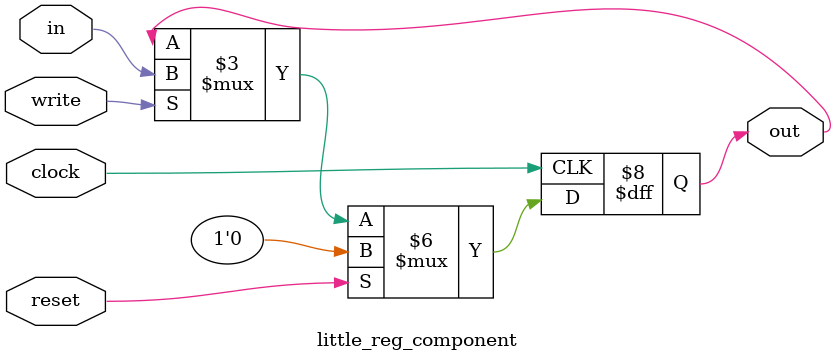
<source format=v>

module little_reg_component(clock, in, write, reset, out);

input clock;
input in;
input write;
input reset;

output reg out = 0;


always @(posedge clock)
begin
	if (reset) begin
		out <= 0;
	end else if (write) begin
		out <= in;
	end
end

endmodule

	

</source>
